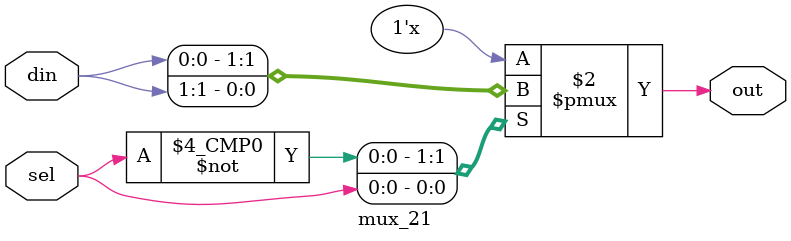
<source format=sv>
module mux_21(input logic sel, 
			  input logic [1:0] din,
			  output logic out);
	always_comb
	begin
		unique case (sel)
			1'b0 	:	out = din[0];
			1'b1	:	out = din[1];
		endcase
	end
endmodule 
</source>
